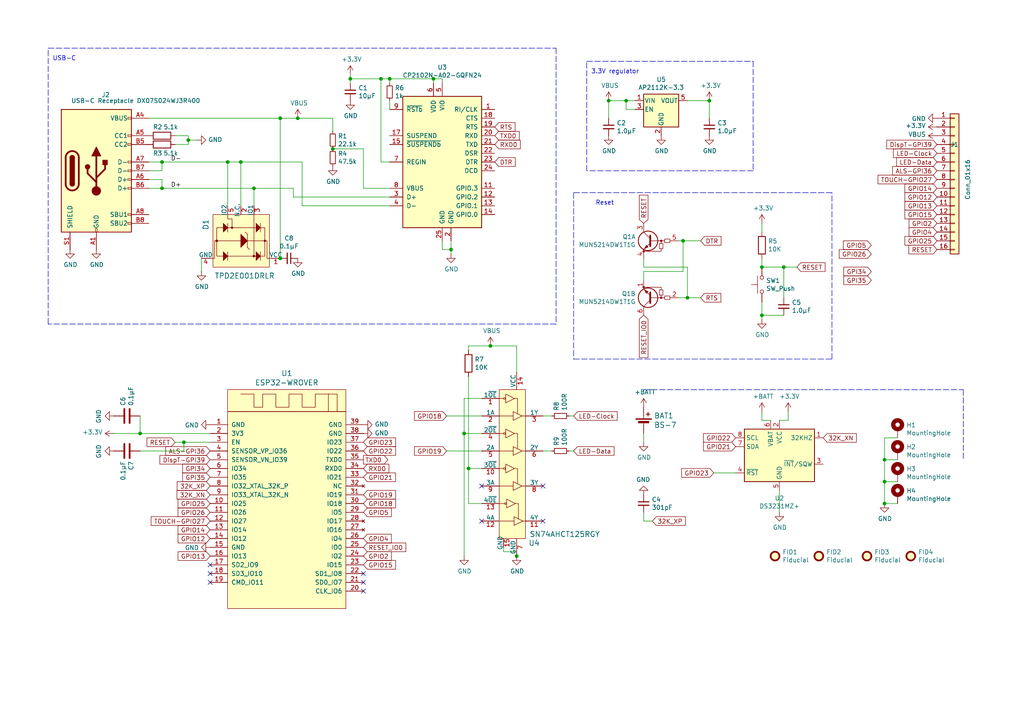
<source format=kicad_sch>
(kicad_sch (version 20250114) (generator "eeschema") (generator_version "9.0")
  (paper "A4")
  (lib_symbols
    (symbol "Clocklet-board-rescue:TPD2E001DRLR-dk_TVS-Diodes" (pin_names (offset 0))
      (property "Reference" "D" (at -7.874 8.001 0))
      (property "Value" "TPD2E001DRLR-dk_TVS-Diodes" (at 3.302 -11.43 0))
      (symbol "TPD2E001DRLR-dk_TVS-Diodes_1_1"
        (pin passive line (at -10.16 2.54 0) (length 2.54) (name "IO1") (number "3"))
        (pin input line (at -10.16 -1.27 0) (length 2.54) (name "N.C.") (number "2"))
        (pin passive line (at -10.16 -5.08 0) (length 2.54) (name "IO2") (number "5"))
        (pin power_in line (at 5.08 10.16 270) (length 2.54) (name "VCC") (number "1"))
        (pin power_in line (at 5.08 -12.7 90) (length 2.54) (name "GND") (number "4"))
      )
    )
    (symbol "Connector:USB_C_Receptacle_USB2.0" (pin_names (offset 1.016))
      (property "Reference" "J" (at -10.16 19.05 0))
      (property "Value" "Connector_USB_C_Receptacle_USB2.0" (at 19.05 19.05 0))
      (symbol "USB_C_Receptacle_USB2.0_1_1"
        (pin passive line (at -7.62 -22.86 90) (length 5.08) (name "SHIELD") (number "S1"))
        (pin power_in line (at 0 -22.86 90) (length 5.08) (name "GND") (number "A1"))
        (pin passive line (at 0 -22.86 90) (length 5.08) (hide yes) (name "GND") (number "A12"))
        (pin passive line (at 0 -22.86 90) (length 5.08) (hide yes) (name "GND") (number "B1"))
        (pin passive line (at 0 -22.86 90) (length 5.08) (hide yes) (name "GND") (number "B12"))
        (pin power_in line (at 15.24 15.24 180) (length 5.08) (name "VBUS") (number "A4"))
        (pin passive line (at 15.24 15.24 180) (length 5.08) (hide yes) (name "VBUS") (number "A9"))
        (pin passive line (at 15.24 15.24 180) (length 5.08) (hide yes) (name "VBUS") (number "B4"))
        (pin passive line (at 15.24 15.24 180) (length 5.08) (hide yes) (name "VBUS") (number "B9"))
        (pin bidirectional line (at 15.24 10.16 180) (length 5.08) (name "CC1") (number "A5"))
        (pin bidirectional line (at 15.24 7.62 180) (length 5.08) (name "CC2") (number "B5"))
        (pin bidirectional line (at 15.24 2.54 180) (length 5.08) (name "D-") (number "A7"))
        (pin bidirectional line (at 15.24 0 180) (length 5.08) (name "D-") (number "B7"))
        (pin bidirectional line (at 15.24 -2.54 180) (length 5.08) (name "D+") (number "A6"))
        (pin bidirectional line (at 15.24 -5.08 180) (length 5.08) (name "D+") (number "B6"))
        (pin bidirectional line (at 15.24 -12.7 180) (length 5.08) (name "SBU1") (number "A8"))
        (pin bidirectional line (at 15.24 -15.24 180) (length 5.08) (name "SBU2") (number "B8"))
      )
    )
    (symbol "Connector_Generic:Conn_01x16" (pin_names (offset 1.016) (hide yes))
      (property "Reference" "J" (at 0 20.32 0))
      (property "Value" "Conn_01x16" (at 0 -22.86 0))
      (symbol "Conn_01x16_1_1"
        (pin passive line (at -5.08 17.78 0) (length 3.81) (name "Pin_1") (number "1"))
        (pin passive line (at -5.08 15.24 0) (length 3.81) (name "Pin_2") (number "2"))
        (pin passive line (at -5.08 12.7 0) (length 3.81) (name "Pin_3") (number "3"))
        (pin passive line (at -5.08 10.16 0) (length 3.81) (name "Pin_4") (number "4"))
        (pin passive line (at -5.08 7.62 0) (length 3.81) (name "Pin_5") (number "5"))
        (pin passive line (at -5.08 5.08 0) (length 3.81) (name "Pin_6") (number "6"))
        (pin passive line (at -5.08 2.54 0) (length 3.81) (name "Pin_7") (number "7"))
        (pin passive line (at -5.08 0 0) (length 3.81) (name "Pin_8") (number "8"))
        (pin passive line (at -5.08 -2.54 0) (length 3.81) (name "Pin_9") (number "9"))
        (pin passive line (at -5.08 -5.08 0) (length 3.81) (name "Pin_10") (number "10"))
        (pin passive line (at -5.08 -7.62 0) (length 3.81) (name "Pin_11") (number "11"))
        (pin passive line (at -5.08 -10.16 0) (length 3.81) (name "Pin_12") (number "12"))
        (pin passive line (at -5.08 -12.7 0) (length 3.81) (name "Pin_13") (number "13"))
        (pin passive line (at -5.08 -15.24 0) (length 3.81) (name "Pin_14") (number "14"))
        (pin passive line (at -5.08 -17.78 0) (length 3.81) (name "Pin_15") (number "15"))
        (pin passive line (at -5.08 -20.32 0) (length 3.81) (name "Pin_16") (number "16"))
      )
    )
    (symbol "Custom:SN74AHCT125RGY" (pin_names (offset 0))
      (property "Reference" "U" (at -2.54 13.97 0))
      (property "Value" "Custom_SN74AHCT125RGY" (at 1.905 -31.75 0))
      (symbol "SN74AHCT125RGY_1_1"
        (pin input line (at -10.16 10.16 0) (length 5.08) (name "1~{OE}") (number "1"))
        (pin input line (at -10.16 5.08 0) (length 5.08) (name "1A") (number "2"))
        (pin input line (at -10.16 0 0) (length 5.08) (name "2~{OE}") (number "4"))
        (pin input line (at -10.16 -5.08 0) (length 5.08) (name "2A") (number "5"))
        (pin input line (at -10.16 -10.16 0) (length 5.08) (name "3~{OE}") (number "10"))
        (pin input line (at -10.16 -15.24 0) (length 5.08) (name "3A") (number "9"))
        (pin input line (at -10.16 -20.32 0) (length 5.08) (name "4~{OE}") (number "13"))
        (pin input line (at -10.16 -25.4 0) (length 5.08) (name "4A") (number "12"))
        (pin power_in line (at -3.81 -33.02 90) (length 2.54) (name "GND") (number "15"))
        (pin power_in line (at 0 17.78 270) (length 5.08) (name "VCC") (number "14"))
        (pin power_in line (at 0 -35.56 90) (length 5.08) (name "GND") (number "7"))
        (pin output line (at 7.62 5.08 180) (length 5.08) (name "1Y") (number "3"))
        (pin output line (at 7.62 -5.08 180) (length 5.08) (name "2Y") (number "6"))
        (pin output line (at 7.62 -15.24 180) (length 5.08) (name "3Y") (number "8"))
        (pin output line (at 7.62 -25.4 180) (length 5.08) (name "4Y") (number "11"))
      )
    )
    (symbol "Device:Battery_Cell" (pin_numbers (hide yes)) (pin_names (offset 0) (hide yes))
      (property "Reference" "BT" (at 2.54 2.54 0))
      (property "Value" "Battery_Cell" (at 2.54 0 0))
      (symbol "Battery_Cell_1_1"
        (pin passive line (at 0 5.08 270) (length 2.54) (name "+") (number "1"))
        (pin passive line (at 0 -2.54 90) (length 2.54) (name "-") (number "2"))
      )
    )
    (symbol "Device:C" (pin_numbers (hide yes)) (pin_names (offset 0.254))
      (property "Reference" "C" (at 0.635 2.54 0))
      (property "Value" "C" (at 0.635 -2.54 0))
      (symbol "C_1_1"
        (pin passive line (at 0 3.81 270) (length 2.794) (name "~") (number "1"))
        (pin passive line (at 0 -3.81 90) (length 2.794) (name "~") (number "2"))
      )
    )
    (symbol "Device:C_Small" (pin_numbers (hide yes)) (pin_names (offset 0.254) (hide yes))
      (property "Reference" "C" (at 0.254 1.778 0))
      (property "Value" "C_Small" (at 0.254 -2.032 0))
      (symbol "C_Small_1_1"
        (pin passive line (at 0 2.54 270) (length 2.032) (name "~") (number "1"))
        (pin passive line (at 0 -2.54 90) (length 2.032) (name "~") (number "2"))
      )
    )
    (symbol "Device:Q_DUAL_NPN_NPN_BRT_E1B1C2E2B2C1" (pin_names (hide yes))
      (property "Reference" "Q" (at 3.81 1.27 0))
      (property "Value" "Device_Q_DUAL_NPN_NPN_BRT_E1B1C2E2B2C1" (at 3.81 -1.27 0))
      (symbol "Q_DUAL_NPN_NPN_BRT_E1B1C2E2B2C1_1_1"
        (pin input line (at -8.89 0 0) (length 2.54) (name "B1") (number "5"))
        (pin passive line (at 1.27 5.08 270) (length 2.54) (name "C1") (number "3"))
        (pin passive line (at 1.27 -5.08 90) (length 2.54) (name "E1") (number "4"))
      )
      (symbol "Q_DUAL_NPN_NPN_BRT_E1B1C2E2B2C1_2_1"
        (pin input line (at -8.89 0 0) (length 2.54) (name "B1") (number "2"))
        (pin passive line (at 1.27 5.08 270) (length 2.54) (name "C1") (number "6"))
        (pin passive line (at 1.27 -5.08 90) (length 2.54) (name "E1") (number "1"))
      )
    )
    (symbol "Device:R" (pin_numbers (hide yes)) (pin_names (offset 0))
      (property "Reference" "R" (at 2.032 0 90))
      (property "Value" "R" (at 0 0 90))
      (symbol "R_1_1"
        (pin passive line (at 0 3.81 270) (length 1.27) (name "~") (number "1"))
        (pin passive line (at 0 -3.81 90) (length 1.27) (name "~") (number "2"))
      )
    )
    (symbol "Device:R_Small" (pin_numbers (hide yes)) (pin_names (offset 0.254) (hide yes))
      (property "Reference" "R" (at 0 0 90))
      (property "Value" "R_Small" (at 1.778 0 90))
      (symbol "R_Small_1_1"
        (pin passive line (at 0 2.54 270) (length 0.762) (name "~") (number "1"))
        (pin passive line (at 0 -2.54 90) (length 0.762) (name "~") (number "2"))
      )
    )
    (symbol "Interface_USB:CP2102N-A01-GQFN24" (pin_names (offset 1.016))
      (property "Reference" "U" (at -5.08 22.225 0))
      (property "Value" "Interface_USB_CP2102N-A01-GQFN24" (at -5.08 20.32 0))
      (symbol "CP2102N-A01-GQFN24_1_1"
        (pin input line (at -15.24 15.24 0) (length 3.81) (name "~{RSTb}") (number "9"))
        (pin output line (at -15.24 7.62 0) (length 3.81) (name "SUSPEND") (number "17"))
        (pin output line (at -15.24 5.08 0) (length 3.81) (name "~{SUSPENDb}") (number "15"))
        (pin power_in line (at -15.24 0 0) (length 3.81) (name "REGIN") (number "7"))
        (pin input line (at -15.24 -7.62 0) (length 3.81) (name "VBUS") (number "8"))
        (pin bidirectional line (at -15.24 -10.16 0) (length 3.81) (name "D+") (number "3"))
        (pin bidirectional line (at -15.24 -12.7 0) (length 3.81) (name "D-") (number "4"))
        (pin power_in line (at -2.54 22.86 270) (length 3.81) (name "VDD") (number "6"))
        (pin power_in line (at 0 22.86 270) (length 3.81) (name "VIO") (number "5"))
        (pin power_in line (at 0 -22.86 90) (length 3.81) (name "GND") (number "25"))
        (pin power_in line (at 2.54 -22.86 90) (length 3.81) (name "GND") (number "2"))
        (pin no_connect line (at 7.62 -22.86 90) (length 3.81) (hide yes) (name "NC") (number "16"))
        (pin no_connect line (at 10.16 -22.86 90) (length 3.81) (hide yes) (name "NC") (number "10"))
        (pin bidirectional line (at 15.24 15.24 180) (length 3.81) (name "RI/CLK") (number "1"))
        (pin input line (at 15.24 12.7 180) (length 3.81) (name "CTS") (number "18"))
        (pin output line (at 15.24 10.16 180) (length 3.81) (name "RTS") (number "19"))
        (pin input line (at 15.24 7.62 180) (length 3.81) (name "RXD") (number "20"))
        (pin output line (at 15.24 5.08 180) (length 3.81) (name "TXD") (number "21"))
        (pin input line (at 15.24 2.54 180) (length 3.81) (name "DSR") (number "22"))
        (pin output line (at 15.24 0 180) (length 3.81) (name "DTR") (number "23"))
        (pin input line (at 15.24 -2.54 180) (length 3.81) (name "DCD") (number "24"))
        (pin bidirectional line (at 15.24 -7.62 180) (length 3.81) (name "GPIO.3") (number "11"))
        (pin bidirectional line (at 15.24 -10.16 180) (length 3.81) (name "GPIO.2") (number "12"))
        (pin bidirectional line (at 15.24 -12.7 180) (length 3.81) (name "GPIO.1") (number "13"))
        (pin bidirectional line (at 15.24 -15.24 180) (length 3.81) (name "GPIO.0") (number "14"))
      )
    )
    (symbol "Mechanical:Fiducial" (in_bom no)
      (property "Reference" "FID" (at 0 5.08 0))
      (property "Value" "Fiducial" (at 0 3.175 0))
    )
    (symbol "Mechanical:MountingHole_Pad" (pin_numbers (hide yes)) (pin_names (offset 1.016) (hide yes)) (in_bom no)
      (property "Reference" "H" (at 0 6.35 0))
      (property "Value" "MountingHole_Pad" (at 0 4.445 0))
      (symbol "MountingHole_Pad_1_1"
        (pin input line (at 0 -2.54 90) (length 2.54) (name "1") (number "1"))
      )
    )
    (symbol "Regulator_Linear:AP2112K-3.3" (pin_names (offset 0.254))
      (property "Reference" "U" (at -5.08 5.715 0))
      (property "Value" "AP2112K-3.3" (at 0 5.715 0))
      (symbol "AP2112K-3.3_1_1"
        (pin power_in line (at -7.62 2.54 0) (length 2.54) (name "VIN") (number "1"))
        (pin input line (at -7.62 0 0) (length 2.54) (name "EN") (number "3"))
        (pin power_in line (at 0 -7.62 90) (length 2.54) (name "GND") (number "2"))
        (pin no_connect line (at 5.08 0 180) (length 2.54) (hide yes) (name "NC") (number "4"))
        (pin power_out line (at 7.62 2.54 180) (length 2.54) (name "VOUT") (number "5"))
      )
    )
    (symbol "Switch:SW_Push" (pin_numbers (hide yes)) (pin_names (offset 1.016) (hide yes))
      (property "Reference" "SW" (at 1.27 2.54 0))
      (property "Value" "SW_Push" (at 0 -1.524 0))
      (symbol "SW_Push_0_1"
        (pin passive line (at -5.08 0 0) (length 2.54) (name "1") (number "1"))
        (pin passive line (at 5.08 0 180) (length 2.54) (name "2") (number "2"))
      )
    )
    (symbol "Timer_RTC:DS3231MZ"
      (property "Reference" "U" (at -7.62 8.89 0))
      (property "Value" "DS3231MZ" (at 11.43 8.89 0))
      (symbol "DS3231MZ_1_1"
        (pin input line (at -12.7 5.08 0) (length 2.54) (name "SCL") (number "8"))
        (pin bidirectional line (at -12.7 2.54 0) (length 2.54) (name "SDA") (number "7"))
        (pin bidirectional line (at -12.7 -5.08 0) (length 2.54) (name "~{RST}") (number "4"))
        (pin power_in line (at -2.54 10.16 270) (length 2.54) (name "VBAT") (number "6"))
        (pin power_in line (at 0 10.16 270) (length 2.54) (name "VCC") (number "2"))
        (pin power_in line (at 0 -10.16 90) (length 2.54) (name "GND") (number "5"))
        (pin open_collector line (at 12.7 5.08 180) (length 2.54) (name "32KHZ") (number "1"))
        (pin open_collector line (at 12.7 -2.54 180) (length 2.54) (name "~{INT}/SQW") (number "3"))
      )
    )
    (symbol "esp32-wrover:ESP32-WROVER" (pin_names (offset 1.016))
      (property "Reference" "U" (at -15.24 -33.02 0))
      (property "Value" "esp32-wrover_ESP32-WROVER" (at 6.35 -33.02 0))
      (symbol "ESP32-WROVER_1_1"
        (pin power_in line (at -22.86 19.05 0) (length 5.08) (name "GND") (number "1"))
        (pin power_in line (at -22.86 16.51 0) (length 5.08) (name "3V3") (number "2"))
        (pin input line (at -22.86 13.97 0) (length 5.08) (name "EN") (number "3"))
        (pin input line (at -22.86 11.43 0) (length 5.08) (name "SENSOR_VP_IO36") (number "4"))
        (pin input line (at -22.86 8.89 0) (length 5.08) (name "SENSOR_VN_IO39") (number "5"))
        (pin input line (at -22.86 6.35 0) (length 5.08) (name "IO34") (number "6"))
        (pin input line (at -22.86 3.81 0) (length 5.08) (name "IO35") (number "7"))
        (pin bidirectional line (at -22.86 1.27 0) (length 5.08) (name "IO32_XTAL_32K_P") (number "8"))
        (pin bidirectional line (at -22.86 -1.27 0) (length 5.08) (name "IO33_XTAL_32K_N") (number "9"))
        (pin bidirectional line (at -22.86 -3.81 0) (length 5.08) (name "IO25") (number "10"))
        (pin bidirectional line (at -22.86 -6.35 0) (length 5.08) (name "IO26") (number "11"))
        (pin bidirectional line (at -22.86 -8.89 0) (length 5.08) (name "IO27") (number "12"))
        (pin bidirectional line (at -22.86 -11.43 0) (length 5.08) (name "IO14") (number "13"))
        (pin bidirectional line (at -22.86 -13.97 0) (length 5.08) (name "IO12") (number "14"))
        (pin power_in line (at -22.86 -16.51 0) (length 5.08) (name "GND") (number "15"))
        (pin bidirectional line (at -22.86 -19.05 0) (length 5.08) (name "IO13") (number "16"))
        (pin bidirectional line (at -22.86 -21.59 0) (length 5.08) (name "SD2_IO9") (number "17"))
        (pin bidirectional line (at -22.86 -24.13 0) (length 5.08) (name "SD3_IO10") (number "18"))
        (pin bidirectional line (at -22.86 -26.67 0) (length 5.08) (name "CMD_IO11") (number "19"))
        (pin power_in line (at 21.59 19.05 180) (length 5.08) (name "GND") (number "39"))
        (pin power_in line (at 21.59 16.51 180) (length 5.08) (name "GND") (number "38"))
        (pin bidirectional line (at 21.59 13.97 180) (length 5.08) (name "IO23") (number "37"))
        (pin bidirectional line (at 21.59 11.43 180) (length 5.08) (name "IO22") (number "36"))
        (pin output line (at 21.59 8.89 180) (length 5.08) (name "TXD0") (number "35"))
        (pin input line (at 21.59 6.35 180) (length 5.08) (name "RXD0") (number "34"))
        (pin bidirectional line (at 21.59 3.81 180) (length 5.08) (name "IO21") (number "33"))
        (pin no_connect line (at 21.59 1.27 180) (length 5.08) (name "NC") (number "32"))
        (pin bidirectional line (at 21.59 -1.27 180) (length 5.08) (name "IO19") (number "31"))
        (pin bidirectional line (at 21.59 -3.81 180) (length 5.08) (name "IO18") (number "30"))
        (pin bidirectional line (at 21.59 -6.35 180) (length 5.08) (name "IO5") (number "29"))
        (pin no_connect line (at 21.59 -8.89 180) (length 5.08) (name "IO17") (number "28"))
        (pin no_connect line (at 21.59 -11.43 180) (length 5.08) (name "IO16") (number "27"))
        (pin bidirectional line (at 21.59 -13.97 180) (length 5.08) (name "IO4") (number "26"))
        (pin bidirectional line (at 21.59 -16.51 180) (length 5.08) (name "IO0") (number "25"))
        (pin bidirectional line (at 21.59 -19.05 180) (length 5.08) (name "IO2") (number "24"))
        (pin bidirectional line (at 21.59 -21.59 180) (length 5.08) (name "IO15") (number "23"))
        (pin bidirectional line (at 21.59 -24.13 180) (length 5.08) (name "SD1_IO8") (number "22"))
        (pin bidirectional line (at 21.59 -26.67 180) (length 5.08) (name "SD0_IO7") (number "21"))
        (pin bidirectional line (at 21.59 -29.21 180) (length 5.08) (name "CLK_IO6") (number "20"))
      )
    )
    (symbol "power:+3.3V" (power) (pin_numbers (hide yes)) (pin_names (offset 0) (hide yes))
      (property "Value" "+3.3V" (at 0 3.556 0))
      (symbol "+3.3V_1_1"
        (pin power_in line (at 0 0 90) (length 0) (name "~") (number "1"))
      )
    )
    (symbol "power:+BATT" (power) (pin_numbers (hide yes)) (pin_names (offset 0) (hide yes))
      (property "Value" "+BATT" (at 0 3.556 0))
      (symbol "+BATT_1_1"
        (pin power_in line (at 0 0 90) (length 0) (name "~") (number "1"))
      )
    )
    (symbol "power:GND" (power) (pin_numbers (hide yes)) (pin_names (offset 0) (hide yes))
      (property "Value" "GND" (at 0 -3.81 0))
      (symbol "GND_1_1"
        (pin power_in line (at 0 0 270) (length 0) (name "~") (number "1"))
      )
    )
    (symbol "power:VBUS" (power) (pin_numbers (hide yes)) (pin_names (offset 0) (hide yes))
      (property "Value" "VBUS" (at 0 3.556 0))
      (symbol "VBUS_1_1"
        (pin power_in line (at 0 0 90) (length 0) (name "~") (number "1"))
      )
    )
  )
  (text "3.3V regulator" (at 171.45 21.59 0) (effects (font (size 1.27 1.27)) (justify left bottom)))
  (text "Reset" (at 172.72 59.69 0) (effects (font (size 1.27 1.27)) (justify left bottom)))
  (text "USB-C" (at 15.24 17.78 0) (effects (font (size 1.27 1.27)) (justify left bottom)))
  (junction (at 256.54 146.05))
  (junction (at 46.99 46.99))
  (junction (at 256.54 139.7))
  (junction (at 110.49 22.86))
  (junction (at 220.98 91.44))
  (junction (at 81.28 74.93))
  (junction (at 256.54 133.35))
  (junction (at 81.28 34.29))
  (junction (at 96.52 43.18))
  (junction (at 53.34 128.27))
  (junction (at 181.61 29.21))
  (junction (at 101.6 22.86))
  (junction (at 134.62 125.73))
  (junction (at 205.74 29.21))
  (junction (at 69.85 46.99))
  (junction (at 125.73 22.86))
  (junction (at 40.64 125.73))
  (junction (at 198.12 69.85))
  (junction (at 86.36 34.29))
  (junction (at 46.99 54.61))
  (junction (at 135.89 135.89))
  (junction (at 54.61 40.64))
  (junction (at 199.39 86.36))
  (junction (at 113.03 22.86))
  (junction (at 227.33 77.47))
  (junction (at 73.66 54.61))
  (junction (at 130.81 72.39))
  (junction (at 142.24 100.33))
  (junction (at 176.53 29.21))
  (junction (at 220.98 77.47))
  (junction (at 66.04 46.99))
  (junction (at 149.86 161.29))
  (no_connect (at 60.96 166.37))
  (no_connect (at 105.41 166.37))
  (no_connect (at 157.48 151.13))
  (no_connect (at 60.96 163.83))
  (no_connect (at 157.48 140.97))
  (no_connect (at 105.41 171.45))
  (no_connect (at 139.7 140.97))
  (no_connect (at 105.41 168.91))
  (no_connect (at 60.96 168.91))
  (no_connect (at 139.7 151.13))
  (polyline (pts (xy 166.37 104.14) (xy 241.3 104.14)) (stroke (width 0) (type dash)))
  (wire (pts (xy 135.89 109.22) (xy 135.89 135.89)))
  (wire (pts (xy 256.54 139.7) (xy 256.54 146.05)))
  (wire (pts (xy 220.98 67.31) (xy 220.98 64.77)))
  (wire (pts (xy 220.98 77.47) (xy 220.98 74.93)))
  (wire (pts (xy 199.39 86.36) (xy 199.39 77.47)))
  (wire (pts (xy 165.1 130.81) (xy 166.37 130.81)))
  (polyline (pts (xy 170.18 49.53) (xy 170.18 17.78)) (stroke (width 0) (type dash)))
  (wire (pts (xy 110.49 46.99) (xy 113.03 46.99)))
  (wire (pts (xy 66.04 46.99) (xy 69.85 46.99)))
  (wire (pts (xy 199.39 29.21) (xy 205.74 29.21)))
  (wire (pts (xy 60.96 125.73) (xy 40.64 125.73)))
  (wire (pts (xy 146.05 158.75) (xy 146.05 160.02)))
  (wire (pts (xy 220.98 87.63) (xy 220.98 91.44)))
  (wire (pts (xy 46.99 49.53) (xy 46.99 46.99)))
  (wire (pts (xy 228.6 121.92) (xy 226.06 121.92)))
  (wire (pts (xy 139.7 130.81) (xy 129.54 130.81)))
  (wire (pts (xy 86.36 34.29) (xy 96.52 34.29)))
  (polyline (pts (xy 170.18 17.78) (xy 218.44 17.78)) (stroke (width 0) (type dash)))
  (wire (pts (xy 46.99 52.07) (xy 46.99 54.61)))
  (wire (pts (xy 196.85 69.85) (xy 198.12 69.85)))
  (wire (pts (xy 81.28 74.93) (xy 81.28 34.29)))
  (wire (pts (xy 40.64 130.81) (xy 53.34 130.81)))
  (wire (pts (xy 40.64 125.73) (xy 33.02 125.73)))
  (wire (pts (xy 53.34 128.27) (xy 60.96 128.27)))
  (wire (pts (xy 113.03 24.13) (xy 113.03 22.86)))
  (wire (pts (xy 205.74 29.21) (xy 205.74 34.29)))
  (wire (pts (xy 220.98 119.38) (xy 220.98 121.92)))
  (wire (pts (xy 66.04 59.69) (xy 66.04 46.99)))
  (wire (pts (xy 142.24 100.33) (xy 149.86 100.33)))
  (wire (pts (xy 165.1 120.65) (xy 166.37 120.65)))
  (wire (pts (xy 260.35 133.35) (xy 256.54 133.35)))
  (wire (pts (xy 196.85 86.36) (xy 199.39 86.36)))
  (wire (pts (xy 220.98 91.44) (xy 220.98 92.71)))
  (wire (pts (xy 256.54 127) (xy 256.54 133.35)))
  (wire (pts (xy 113.03 57.15) (xy 85.09 57.15)))
  (wire (pts (xy 40.64 120.65) (xy 40.64 125.73)))
  (wire (pts (xy 199.39 77.47) (xy 186.69 77.47)))
  (wire (pts (xy 198.12 78.74) (xy 186.69 78.74)))
  (wire (pts (xy 139.7 135.89) (xy 135.89 135.89)))
  (wire (pts (xy 226.06 142.24) (xy 226.06 148.59)))
  (wire (pts (xy 186.69 77.47) (xy 186.69 74.93)))
  (wire (pts (xy 128.27 72.39) (xy 128.27 69.85)))
  (wire (pts (xy 73.66 54.61) (xy 85.09 54.61)))
  (wire (pts (xy 176.53 29.21) (xy 176.53 34.29)))
  (wire (pts (xy 139.7 120.65) (xy 129.54 120.65)))
  (wire (pts (xy 50.8 128.27) (xy 53.34 128.27)))
  (wire (pts (xy 46.99 54.61) (xy 73.66 54.61)))
  (polyline (pts (xy 13.97 13.97) (xy 161.29 13.97)) (stroke (width 0) (type dash)))
  (wire (pts (xy 85.09 54.61) (xy 85.09 57.15)))
  (polyline (pts (xy 186.69 113.03) (xy 279.4 113.03)) (stroke (width 0) (type dash)))
  (polyline (pts (xy 161.29 13.97) (xy 161.29 93.98)) (stroke (width 0) (type dash)))
  (wire (pts (xy 101.6 22.86) (xy 101.6 21.59)))
  (polyline (pts (xy 241.3 104.14) (xy 241.3 55.88)) (stroke (width 0) (type dash)))
  (wire (pts (xy 50.8 41.91) (xy 54.61 41.91)))
  (wire (pts (xy 81.28 34.29) (xy 86.36 34.29)))
  (wire (pts (xy 105.41 54.61) (xy 113.03 54.61)))
  (polyline (pts (xy 166.37 55.88) (xy 166.37 104.14)) (stroke (width 0) (type dash)))
  (wire (pts (xy 54.61 39.37) (xy 54.61 40.64)))
  (wire (pts (xy 113.03 22.86) (xy 110.49 22.86)))
  (wire (pts (xy 186.69 151.13) (xy 189.23 151.13)))
  (wire (pts (xy 43.18 46.99) (xy 46.99 46.99)))
  (wire (pts (xy 220.98 77.47) (xy 227.33 77.47)))
  (wire (pts (xy 228.6 119.38) (xy 228.6 121.92)))
  (wire (pts (xy 125.73 22.86) (xy 125.73 24.13)))
  (wire (pts (xy 198.12 69.85) (xy 203.2 69.85)))
  (wire (pts (xy 134.62 125.73) (xy 134.62 161.29)))
  (wire (pts (xy 146.05 160.02) (xy 149.86 160.02)))
  (wire (pts (xy 110.49 22.86) (xy 101.6 22.86)))
  (wire (pts (xy 260.35 127) (xy 256.54 127)))
  (wire (pts (xy 256.54 146.05) (xy 260.35 146.05)))
  (wire (pts (xy 181.61 29.21) (xy 176.53 29.21)))
  (wire (pts (xy 53.34 130.81) (xy 53.34 128.27)))
  (wire (pts (xy 54.61 40.64) (xy 57.15 40.64)))
  (wire (pts (xy 227.33 77.47) (xy 231.14 77.47)))
  (wire (pts (xy 135.89 101.6) (xy 135.89 100.33)))
  (wire (pts (xy 105.41 43.18) (xy 105.41 54.61)))
  (wire (pts (xy 186.69 78.74) (xy 186.69 81.28)))
  (wire (pts (xy 157.48 130.81) (xy 160.02 130.81)))
  (wire (pts (xy 186.69 148.59) (xy 186.69 151.13)))
  (wire (pts (xy 87.63 46.99) (xy 87.63 59.69)))
  (wire (pts (xy 256.54 133.35) (xy 256.54 139.7)))
  (wire (pts (xy 43.18 52.07) (xy 46.99 52.07)))
  (wire (pts (xy 227.33 91.44) (xy 220.98 91.44)))
  (wire (pts (xy 139.7 146.05) (xy 135.89 146.05)))
  (wire (pts (xy 220.98 121.92) (xy 223.52 121.92)))
  (wire (pts (xy 101.6 24.13) (xy 101.6 22.86)))
  (polyline (pts (xy 279.4 113.03) (xy 279.4 133.35)) (stroke (width 0) (type dash)))
  (wire (pts (xy 69.85 59.69) (xy 69.85 46.99)))
  (wire (pts (xy 125.73 22.86) (xy 113.03 22.86)))
  (wire (pts (xy 96.52 43.18) (xy 105.41 43.18)))
  (wire (pts (xy 54.61 41.91) (xy 54.61 40.64)))
  (wire (pts (xy 139.7 115.57) (xy 134.62 115.57)))
  (polyline (pts (xy 241.3 55.88) (xy 166.37 55.88)) (stroke (width 0) (type dash)))
  (polyline (pts (xy 13.97 93.98) (xy 13.97 13.97)) (stroke (width 0) (type dash)))
  (wire (pts (xy 260.35 139.7) (xy 256.54 139.7)))
  (wire (pts (xy 43.18 54.61) (xy 46.99 54.61)))
  (wire (pts (xy 46.99 46.99) (xy 66.04 46.99)))
  (polyline (pts (xy 218.44 49.53) (xy 170.18 49.53)) (stroke (width 0) (type dash)))
  (wire (pts (xy 50.8 39.37) (xy 54.61 39.37)))
  (wire (pts (xy 213.36 137.16) (xy 207.01 137.16)))
  (wire (pts (xy 130.81 72.39) (xy 130.81 69.85)))
  (wire (pts (xy 130.81 73.66) (xy 130.81 72.39)))
  (wire (pts (xy 181.61 31.75) (xy 181.61 29.21)))
  (wire (pts (xy 69.85 46.99) (xy 87.63 46.99)))
  (wire (pts (xy 43.18 49.53) (xy 46.99 49.53)))
  (wire (pts (xy 149.86 160.02) (xy 149.86 161.29)))
  (wire (pts (xy 134.62 115.57) (xy 134.62 125.73)))
  (polyline (pts (xy 218.44 17.78) (xy 218.44 49.53)) (stroke (width 0) (type dash)))
  (wire (pts (xy 184.15 29.21) (xy 181.61 29.21)))
  (wire (pts (xy 87.63 59.69) (xy 113.03 59.69)))
  (wire (pts (xy 198.12 69.85) (xy 198.12 78.74)))
  (wire (pts (xy 157.48 120.65) (xy 160.02 120.65)))
  (wire (pts (xy 113.03 31.75) (xy 113.03 29.21)))
  (wire (pts (xy 199.39 86.36) (xy 203.2 86.36)))
  (wire (pts (xy 110.49 22.86) (xy 110.49 46.99)))
  (wire (pts (xy 227.33 86.36) (xy 227.33 77.47)))
  (wire (pts (xy 96.52 34.29) (xy 96.52 38.1)))
  (wire (pts (xy 139.7 125.73) (xy 134.62 125.73)))
  (wire (pts (xy 135.89 100.33) (xy 142.24 100.33)))
  (wire (pts (xy 43.18 34.29) (xy 81.28 34.29)))
  (wire (pts (xy 128.27 24.13) (xy 128.27 22.86)))
  (wire (pts (xy 73.66 59.69) (xy 73.66 54.61)))
  (wire (pts (xy 184.15 31.75) (xy 181.61 31.75)))
  (wire (pts (xy 149.86 107.95) (xy 149.86 100.33)))
  (wire (pts (xy 186.69 125.73) (xy 186.69 128.27)))
  (wire (pts (xy 130.81 72.39) (xy 128.27 72.39)))
  (wire (pts (xy 58.42 74.93) (xy 58.42 78.74)))
  (wire (pts (xy 128.27 22.86) (xy 125.73 22.86)))
  (wire (pts (xy 135.89 135.89) (xy 135.89 146.05)))
  (polyline (pts (xy 161.29 93.98) (xy 13.97 93.98)) (stroke (width 0) (type dash)))
  (label "D+" (at 49.53 54.61 0))
  (label "D-" (at 49.53 46.99 0))
  (global_label "RXD0" (shape input) (at 143.51 41.91 0) (property "Intersheetrefs" "${INTERSHEET_REFS}" (effects (hide yes))))
  (global_label "DispT-GPI39" (shape input) (at 60.96 133.35 180) (property "Intersheetrefs" "${INTERSHEET_REFS}" (effects (hide yes))))
  (global_label "TXD0" (shape input) (at 143.51 39.37 0) (property "Intersheetrefs" "${INTERSHEET_REFS}" (effects (hide yes))))
  (global_label "GPIO19" (shape input) (at 129.54 130.81 180) (property "Intersheetrefs" "${INTERSHEET_REFS}" (effects (hide yes))))
  (global_label "GPIO23" (shape input) (at 105.41 128.27 0) (property "Intersheetrefs" "${INTERSHEET_REFS}" (effects (hide yes))))
  (global_label "GPIO18" (shape input) (at 105.41 146.05 0) (property "Intersheetrefs" "${INTERSHEET_REFS}" (effects (hide yes))))
  (global_label "GPIO14" (shape input) (at 271.78 54.61 180) (property "Intersheetrefs" "${INTERSHEET_REFS}" (effects (hide yes))))
  (global_label "GPIO22" (shape input) (at 213.36 127 180) (property "Intersheetrefs" "${INTERSHEET_REFS}" (effects (hide yes))))
  (global_label "RTS" (shape input) (at 203.2 86.36 0) (property "Intersheetrefs" "${INTERSHEET_REFS}" (effects (hide yes))))
  (global_label "GPI34" (shape input) (at 60.96 135.89 180) (property "Intersheetrefs" "${INTERSHEET_REFS}" (effects (hide yes))))
  (global_label "GPIO15" (shape input) (at 105.41 163.83 0) (property "Intersheetrefs" "${INTERSHEET_REFS}" (effects (hide yes))))
  (global_label "LED-Data" (shape input) (at 166.37 130.81 0) (property "Intersheetrefs" "${INTERSHEET_REFS}" (effects (hide yes))))
  (global_label "GPIO15" (shape input) (at 271.78 62.23 180) (property "Intersheetrefs" "${INTERSHEET_REFS}" (effects (hide yes))))
  (global_label "GPIO14" (shape input) (at 60.96 153.67 180) (property "Intersheetrefs" "${INTERSHEET_REFS}" (effects (hide yes))))
  (global_label "GPIO4" (shape input) (at 271.78 67.31 180) (property "Intersheetrefs" "${INTERSHEET_REFS}" (effects (hide yes))))
  (global_label "GPIO12" (shape input) (at 271.78 57.15 180) (property "Intersheetrefs" "${INTERSHEET_REFS}" (effects (hide yes))))
  (global_label "GPIO26" (shape input) (at 252.73 73.66 180) (property "Intersheetrefs" "${INTERSHEET_REFS}" (effects (hide yes))))
  (global_label "GPI34" (shape input) (at 252.73 78.74 180) (property "Intersheetrefs" "${INTERSHEET_REFS}" (effects (hide yes))))
  (global_label "LED-Data" (shape input) (at 271.78 46.99 180) (property "Intersheetrefs" "${INTERSHEET_REFS}" (effects (hide yes))))
  (global_label "GPIO5" (shape input) (at 105.41 148.59 0) (property "Intersheetrefs" "${INTERSHEET_REFS}" (effects (hide yes))))
  (global_label "GPI35" (shape input) (at 60.96 138.43 180) (property "Intersheetrefs" "${INTERSHEET_REFS}" (effects (hide yes))))
  (global_label "TOUCH-GPIO27" (shape input) (at 60.96 151.13 180) (property "Intersheetrefs" "${INTERSHEET_REFS}" (effects (hide yes))))
  (global_label "GPIO25" (shape input) (at 271.78 69.85 180) (property "Intersheetrefs" "${INTERSHEET_REFS}" (effects (hide yes))))
  (global_label "RESET_IO0" (shape input) (at 186.69 91.44 270) (property "Intersheetrefs" "${INTERSHEET_REFS}" (effects (hide yes))))
  (global_label "ALS-GPI36" (shape input) (at 60.96 130.81 180) (property "Intersheetrefs" "${INTERSHEET_REFS}" (effects (hide yes))))
  (global_label "GPIO19" (shape input) (at 105.41 143.51 0) (property "Intersheetrefs" "${INTERSHEET_REFS}" (effects (hide yes))))
  (global_label "ALS-GPI36" (shape input) (at 271.78 49.53 180) (property "Intersheetrefs" "${INTERSHEET_REFS}" (effects (hide yes))))
  (global_label "TXD0" (shape output) (at 105.41 133.35 0) (property "Intersheetrefs" "${INTERSHEET_REFS}" (effects (hide yes))))
  (global_label "GPIO21" (shape input) (at 213.36 129.54 180) (property "Intersheetrefs" "${INTERSHEET_REFS}" (effects (hide yes))))
  (global_label "TOUCH-GPIO27" (shape input) (at 271.78 52.07 180) (property "Intersheetrefs" "${INTERSHEET_REFS}" (effects (hide yes))))
  (global_label "DispT-GPI39" (shape input) (at 271.78 41.91 180) (property "Intersheetrefs" "${INTERSHEET_REFS}" (effects (hide yes))))
  (global_label "DTR" (shape input) (at 143.51 46.99 0) (property "Intersheetrefs" "${INTERSHEET_REFS}" (effects (hide yes))))
  (global_label "GPI35" (shape input) (at 252.73 81.28 180) (property "Intersheetrefs" "${INTERSHEET_REFS}" (effects (hide yes))))
  (global_label "32K_XP" (shape input) (at 189.23 151.13 0) (property "Intersheetrefs" "${INTERSHEET_REFS}" (effects (hide yes))))
  (global_label "GPIO25" (shape input) (at 60.96 146.05 180) (property "Intersheetrefs" "${INTERSHEET_REFS}" (effects (hide yes))))
  (global_label "GPIO26" (shape input) (at 60.96 148.59 180) (property "Intersheetrefs" "${INTERSHEET_REFS}" (effects (hide yes))))
  (global_label "LED-Clock" (shape input) (at 166.37 120.65 0) (property "Intersheetrefs" "${INTERSHEET_REFS}" (effects (hide yes))))
  (global_label "RESET" (shape input) (at 271.78 72.39 180) (property "Intersheetrefs" "${INTERSHEET_REFS}" (effects (hide yes))))
  (global_label "GPIO5" (shape input) (at 252.73 71.12 180) (property "Intersheetrefs" "${INTERSHEET_REFS}" (effects (hide yes))))
  (global_label "RTS" (shape input) (at 143.51 36.83 0) (property "Intersheetrefs" "${INTERSHEET_REFS}" (effects (hide yes))))
  (global_label "GPIO13" (shape input) (at 60.96 161.29 180) (property "Intersheetrefs" "${INTERSHEET_REFS}" (effects (hide yes))))
  (global_label "GPIO12" (shape input) (at 60.96 156.21 180) (property "Intersheetrefs" "${INTERSHEET_REFS}" (effects (hide yes))))
  (global_label "32K_XN" (shape input) (at 60.96 143.51 180) (property "Intersheetrefs" "${INTERSHEET_REFS}" (effects (hide yes))))
  (global_label "GPIO13" (shape input) (at 271.78 59.69 180) (property "Intersheetrefs" "${INTERSHEET_REFS}" (effects (hide yes))))
  (global_label "LED-Clock" (shape input) (at 271.78 44.45 180) (property "Intersheetrefs" "${INTERSHEET_REFS}" (effects (hide yes))))
  (global_label "GPIO23" (shape input) (at 207.01 137.16 180) (property "Intersheetrefs" "${INTERSHEET_REFS}" (effects (hide yes))))
  (global_label "32K_XN" (shape input) (at 238.76 127 0) (property "Intersheetrefs" "${INTERSHEET_REFS}" (effects (hide yes))))
  (global_label "GPIO2" (shape input) (at 105.41 161.29 0) (property "Intersheetrefs" "${INTERSHEET_REFS}" (effects (hide yes))))
  (global_label "RESET_IO0" (shape input) (at 105.41 158.75 0) (property "Intersheetrefs" "${INTERSHEET_REFS}" (effects (hide yes))))
  (global_label "GPIO21" (shape input) (at 105.41 138.43 0) (property "Intersheetrefs" "${INTERSHEET_REFS}" (effects (hide yes))))
  (global_label "32K_XP" (shape input) (at 60.96 140.97 180) (property "Intersheetrefs" "${INTERSHEET_REFS}" (effects (hide yes))))
  (global_label "GPIO2" (shape input) (at 271.78 64.77 180) (property "Intersheetrefs" "${INTERSHEET_REFS}" (effects (hide yes))))
  (global_label "GPIO4" (shape input) (at 105.41 156.21 0) (property "Intersheetrefs" "${INTERSHEET_REFS}" (effects (hide yes))))
  (global_label "RESET" (shape input) (at 231.14 77.47 0) (property "Intersheetrefs" "${INTERSHEET_REFS}" (effects (hide yes))))
  (global_label "GPIO22" (shape input) (at 105.41 130.81 0) (property "Intersheetrefs" "${INTERSHEET_REFS}" (effects (hide yes))))
  (global_label "RXD0" (shape input) (at 105.41 135.89 0) (property "Intersheetrefs" "${INTERSHEET_REFS}" (effects (hide yes))))
  (global_label "GPIO18" (shape input) (at 129.54 120.65 180) (property "Intersheetrefs" "${INTERSHEET_REFS}" (effects (hide yes))))
  (global_label "RESET" (shape input) (at 50.8 128.27 180) (property "Intersheetrefs" "${INTERSHEET_REFS}" (effects (hide yes))))
  (global_label "DTR" (shape input) (at 203.2 69.85 0) (property "Intersheetrefs" "${INTERSHEET_REFS}" (effects (hide yes))))
  (global_label "RESET" (shape input) (at 186.69 64.77 90) (property "Intersheetrefs" "${INTERSHEET_REFS}" (effects (hide yes))))
  (symbol (lib_id "Connector:USB_C_Receptacle_USB2.0") (at 27.94 49.53 0) (unit 1)
    (property "Reference" "J2" (at 30.6578 27.5082 0))
    (property "Value" "USB-C Receptacle DX07S024WJ3R400" (at 39.37 29.21 0))
    (property "Footprint" "_Custom:USB-C_Female_Vert_DX07S024WJ3R400-Corrected" (effects (hide yes)))
    (property "Datasheet" "https://www.usb.org/sites/default/files/documents/usb_type-c.zip" (effects (hide yes)))
    (property "Mouser Ref" "656-DX07S0024WJ3R400" (effects (hide yes)))
  )
  (symbol (lib_id "power:VBUS") (at 86.36 34.29 0) (unit 1)
    (property "Reference" "#PWR0106" (effects (hide yes)))
    (property "Value" "VBUS" (at 86.741 29.8958 0))
  )
  (symbol (lib_id "power:GND") (at 57.15 40.64 90) (unit 1)
    (property "Reference" "#PWR0107" (effects (hide yes)))
    (property "Value" "GND" (at 60.4012 40.513 90) (effects (justify right)))
  )
  (symbol (lib_id "Device:R") (at 46.99 39.37 270) (unit 1)
    (property "Reference" "R2" (at 45.72 36.83 90))
    (property "Value" "5.1k" (at 49.53 36.83 90))
    (property "Footprint" "Resistor_SMD:R_0603_1608Metric" (effects (hide yes)))
    (property "Mouser Ref" "71-CRCW06035K10FKEAC" (effects (hide yes)))
  )
  (symbol (lib_id "Device:R") (at 46.99 41.91 270) (unit 1)
    (property "Reference" "R3" (at 45.72 44.45 90))
    (property "Value" "5.1k" (at 49.53 44.45 90))
    (property "Footprint" "Resistor_SMD:R_0603_1608Metric" (effects (hide yes)))
    (property "Mouser Ref" "71-CRCW06035K10FKEAC" (effects (hide yes)))
  )
  (symbol (lib_id "power:GND") (at 27.94 72.39 0) (unit 1)
    (property "Reference" "#PWR0108" (effects (hide yes)))
    (property "Value" "GND" (at 28.067 76.7842 0))
  )
  (symbol (lib_id "power:GND") (at 20.32 72.39 0) (unit 1)
    (property "Reference" "#PWR0109" (effects (hide yes)))
    (property "Value" "GND" (at 20.447 76.7842 0))
  )
  (symbol (lib_id "power:+3.3V") (at 101.6 21.59 0) (unit 1)
    (property "Reference" "#PWR0110" (effects (hide yes)))
    (property "Value" "+3.3V" (at 101.981 17.1958 0))
  )
  (symbol (lib_id "Device:C_Small") (at 101.6 26.67 0) (unit 1)
    (property "Reference" "C1" (at 103.9368 25.5016 0) (effects (justify left)))
    (property "Value" "10µF" (at 103.9368 27.813 0) (effects (justify left)))
    (property "Footprint" "Capacitor_SMD:C_0603_1608Metric" (effects (hide yes)))
    (property "Link" "https://www.mouser.co.uk/ProductDetail/Taiyo-Yuden/TMK212BBJ106MGHT?qs=sGAEpiMZZMukHu%252BjC5l7YUVcDXThomUhUnwVeldw62s%3D" (effects (hide yes)))
    (property "Mouser Ref" "80-C0603C106M8PACTU" (effects (hide yes)))
  )
  (symbol (lib_id "power:GND") (at 101.6 29.21 0) (unit 1)
    (property "Reference" "#PWR0111" (effects (hide yes)))
    (property "Value" "GND" (at 101.727 33.6042 0))
  )
  (symbol (lib_id "power:GND") (at 130.81 73.66 0) (unit 1)
    (property "Reference" "#PWR0112" (effects (hide yes)))
    (property "Value" "GND" (at 130.937 78.0542 0))
  )
  (symbol (lib_id "Interface_USB:CP2102N-A01-GQFN24") (at 128.27 46.99 0) (unit 1)
    (property "Reference" "U3" (at 128.27 19.5326 0))
    (property "Value" "CP2102N-A02-GQFN24" (at 128.27 21.844 0))
    (property "Footprint" "Package_DFN_QFN:QFN-24-1EP_4x4mm_P0.5mm_EP2.6x2.6mm_ThermalVias" (effects (hide yes)))
    (property "Datasheet" "https://www.silabs.com/documents/public/data-sheets/cp2102n-datasheet.pdf" (effects (hide yes)))
    (property "Mouser Ref" "634-CP2102NA02GQFN24" (effects (hide yes)))
  )
  (symbol (lib_id "Connector_Generic:Conn_01x16") (at 276.86 52.07 0) (unit 1)
    (property "Reference" "J1" (at 276.86 41.91 0))
    (property "Value" "Conn_01x16" (at 280.67 52.07 90))
    (property "Footprint" "Connector_PinHeader_2.54mm:PinHeader_1x16_P2.54mm_Vertical" (effects (hide yes)))
  )
  (symbol (lib_id "power:GND") (at 60.96 123.19 270) (unit 1)
    (property "Reference" "#PWR0103" (effects (hide yes)))
    (property "Value" "GND" (at 57.7088 123.317 90) (effects (justify right)))
  )
  (symbol (lib_id "power:+3.3V") (at 33.02 125.73 90) (unit 1)
    (property "Reference" "#PWR0104" (effects (hide yes)))
    (property "Value" "+3.3V" (at 29.7688 125.349 90) (effects (justify left)))
  )
  (symbol (lib_id "Regulator_Linear:AP2112K-3.3") (at 191.77 31.75 0) (unit 1)
    (property "Reference" "U5" (at 191.77 23.0632 0))
    (property "Value" "AP2112K-3.3" (at 191.77 25.3746 0))
    (property "Footprint" "Package_TO_SOT_SMD:SOT-23-5" (effects (hide yes)))
    (property "Datasheet" "https://www.diodes.com/assets/Datasheets/AP2112.pdf" (effects (hide yes)))
    (property "Mouser Ref" "621-AP2112K-3.3TRG1" (effects (hide yes)))
  )
  (symbol (lib_id "power:VBUS") (at 176.53 29.21 0) (unit 1)
    (property "Reference" "#PWR0117" (effects (hide yes)))
    (property "Value" "VBUS" (at 176.911 24.8158 0))
  )
  (symbol (lib_id "power:+3.3V") (at 205.74 29.21 0) (unit 1)
    (property "Reference" "#PWR0118" (effects (hide yes)))
    (property "Value" "+3.3V" (at 206.121 24.8158 0))
  )
  (symbol (lib_id "Device:C_Small") (at 176.53 36.83 0) (unit 1)
    (property "Reference" "C2" (at 178.8668 35.6616 0) (effects (justify left)))
    (property "Value" "1.0µF" (at 178.8668 37.973 0) (effects (justify left)))
    (property "Footprint" "Capacitor_SMD:C_0603_1608Metric" (effects (hide yes)))
    (property "Mouser Ref" "80-C0603C105K4PLR" (effects (hide yes)))
  )
  (symbol (lib_id "Device:C_Small") (at 205.74 36.83 0) (unit 1)
    (property "Reference" "C3" (at 208.0768 35.6616 0) (effects (justify left)))
    (property "Value" "1.0µF" (at 208.0768 37.973 0) (effects (justify left)))
    (property "Footprint" "Capacitor_SMD:C_0603_1608Metric" (effects (hide yes)))
    (property "Mouser Ref" "80-C0603C105K4PLR" (effects (hide yes)))
  )
  (symbol (lib_id "power:GND") (at 176.53 39.37 0) (unit 1)
    (property "Reference" "#PWR0119" (effects (hide yes)))
    (property "Value" "GND" (at 176.657 43.7642 0))
  )
  (symbol (lib_id "power:GND") (at 191.77 39.37 0) (unit 1)
    (property "Reference" "#PWR0120" (effects (hide yes)))
    (property "Value" "GND" (at 191.897 43.7642 0))
  )
  (symbol (lib_id "power:GND") (at 205.74 39.37 0) (unit 1)
    (property "Reference" "#PWR0121" (effects (hide yes)))
    (property "Value" "GND" (at 205.867 43.7642 0))
  )
  (symbol (lib_id "power:VBUS") (at 271.78 39.37 90) (unit 1)
    (property "Reference" "#PWR0122" (effects (hide yes)))
    (property "Value" "VBUS" (at 268.5542 38.989 90) (effects (justify left)))
  )
  (symbol (lib_id "power:GND") (at 271.78 34.29 270) (unit 1)
    (property "Reference" "#PWR0123" (effects (hide yes)))
    (property "Value" "GND" (at 268.5288 34.417 90) (effects (justify right)))
  )
  (symbol (lib_id "power:+3.3V") (at 271.78 36.83 90) (unit 1)
    (property "Reference" "#PWR0124" (effects (hide yes)))
    (property "Value" "+3.3V" (at 268.5288 36.449 90) (effects (justify left)))
  )
  (symbol (lib_id "Device:C_Small") (at 186.69 146.05 0) (unit 1)
    (property "Reference" "C4" (at 189.0268 144.8816 0) (effects (justify left)))
    (property "Value" "301pF" (at 189.0268 147.193 0) (effects (justify left)))
    (property "Footprint" "Capacitor_SMD:C_0603_1608Metric" (effects (hide yes)))
    (property "Mouser Ref" "80-C0603C301J8HACTU" (effects (hide yes)))
  )
  (symbol (lib_id "power:GND") (at 186.69 143.51 180) (unit 1)
    (property "Reference" "#PWR0126" (effects (hide yes)))
    (property "Value" "GND" (at 186.563 139.1158 0))
  )
  (symbol (lib_id "Mechanical:MountingHole_Pad") (at 260.35 130.81 0) (unit 1)
    (property "Reference" "H2" (at 262.89 129.6416 0) (effects (justify left)))
    (property "Value" "MountingHole" (at 262.89 131.953 0) (effects (justify left)))
    (property "Footprint" "MountingHole:MountingHole_2.5mm_Pad_Via" (effects (hide yes)))
  )
  (symbol (lib_id "Mechanical:MountingHole_Pad") (at 260.35 143.51 0) (unit 1)
    (property "Reference" "H4" (at 262.89 142.3416 0) (effects (justify left)))
    (property "Value" "MountingHole" (at 262.89 144.653 0) (effects (justify left)))
    (property "Footprint" "MountingHole:MountingHole_2.5mm_Pad_Via" (effects (hide yes)))
  )
  (symbol (lib_id "Device:Q_DUAL_NPN_NPN_BRT_E1B1C2E2B2C1") (at 187.96 69.85 0) (mirror y) (unit 1)
    (property "Reference" "Q1" (at 184.3786 68.6816 0) (effects (justify left)))
    (property "Value" "MUN5214DW1T1G" (at 184.3786 70.993 0) (effects (justify left)))
    (property "Footprint" "Package_TO_SOT_SMD:SOT-363_SC-70-6" (effects (hide yes)))
    (property "Link" "https://www.digikey.co.uk/product-detail/en/on-semiconductor/MUN5214DW1T1G/MUN5214DW1T1GOSCT-ND/1967212" (effects (hide yes)))
    (property "Mouser Ref" "863-MUN5214DW1T1G" (effects (hide yes)))
  )
  (symbol (lib_id "Device:Q_DUAL_NPN_NPN_BRT_E1B1C2E2B2C1") (at 187.96 86.36 180) (unit 2)
    (property "Reference" "Q1" (at 184.3786 85.1916 0) (effects (justify left)))
    (property "Value" "MUN5214DW1T1G" (at 184.3786 87.503 0) (effects (justify left)))
    (property "Footprint" "Package_TO_SOT_SMD:SOT-363_SC-70-6" (effects (hide yes)))
    (property "Mouser Ref" "863-MUN5214DW1T1G" (effects (hide yes)))
  )
  (symbol (lib_id "power:GND") (at 220.98 92.71 0) (unit 1)
    (property "Reference" "#PWR0128" (effects (hide yes)))
    (property "Value" "GND" (at 221.107 97.1042 0))
  )
  (symbol (lib_id "power:+3.3V") (at 220.98 64.77 0) (unit 1)
    (property "Reference" "#PWR0129" (effects (hide yes)))
    (property "Value" "+3.3V" (at 221.361 60.3758 0))
  )
  (symbol (lib_id "Device:C_Small") (at 227.33 88.9 0) (unit 1)
    (property "Reference" "C5" (at 229.6668 87.7316 0) (effects (justify left)))
    (property "Value" "1.0µF" (at 229.6668 90.043 0) (effects (justify left)))
    (property "Footprint" "Capacitor_SMD:C_0603_1608Metric" (effects (hide yes)))
    (property "Mouser Ref" "80-C0603C105K4PLR" (effects (hide yes)))
  )
  (symbol (lib_id "Switch:SW_Push") (at 220.98 82.55 90) (unit 1)
    (property "Reference" "SW1" (at 222.1992 81.3816 90) (effects (justify right)))
    (property "Value" "SW_Push" (at 222.1992 83.693 90) (effects (justify right)))
    (property "Footprint" "Button_Switch_SMD:SW_SPST_B3U-1000P" (effects (hide yes)))
    (property "Mouser Ref" "653-B3U-1000P" (effects (hide yes)))
  )
  (symbol (lib_id "Device:R") (at 220.98 71.12 0) (unit 1)
    (property "Reference" "R5" (at 222.758 69.9516 0) (effects (justify left)))
    (property "Value" "10K" (at 222.758 72.263 0) (effects (justify left)))
    (property "Footprint" "Resistor_SMD:R_0603_1608Metric" (effects (hide yes)))
    (property "Mouser Ref" "71-CRCW060310K0FKEAC" (effects (hide yes)))
  )
  (symbol (lib_id "Device:C") (at 36.83 120.65 90) (unit 1)
    (property "Reference" "C6" (at 35.6616 117.729 0) (effects (justify left)))
    (property "Value" "0.1µF" (at 37.973 117.729 0) (effects (justify left)))
    (property "Footprint" "Capacitor_SMD:C_0603_1608Metric" (effects (hide yes)))
    (property "Mouser Ref" "710-885012206071" (effects (hide yes)))
  )
  (symbol (lib_id "power:GND") (at 33.02 120.65 270) (unit 1)
    (property "Reference" "#PWR0113" (effects (hide yes)))
    (property "Value" "GND" (at 28.6258 120.777 0))
  )
  (symbol (lib_id "Device:C") (at 36.83 130.81 270) (unit 1)
    (property "Reference" "C7" (at 37.9984 133.731 0) (effects (justify left)))
    (property "Value" "0.1µF" (at 35.687 133.731 0) (effects (justify left)))
    (property "Footprint" "Capacitor_SMD:C_0603_1608Metric" (effects (hide yes)))
    (property "Mouser Ref" "710-885012206071" (effects (hide yes)))
  )
  (symbol (lib_id "power:GND") (at 33.02 130.81 270) (unit 1)
    (property "Reference" "#PWR0130" (effects (hide yes)))
    (property "Value" "GND" (at 28.6258 130.937 0))
  )
  (symbol (lib_id "Timer_RTC:DS3231MZ") (at 226.06 132.08 0) (unit 1)
    (property "Reference" "U2" (at 226.06 144.5006 0))
    (property "Value" "DS3231MZ+" (at 226.06 146.812 0))
    (property "Footprint" "Package_SO:SOIC-8_3.9x4.9mm_P1.27mm" (effects (hide yes)))
    (property "Datasheet" "http://datasheets.maximintegrated.com/en/ds/DS3231M.pdf" (effects (hide yes)))
    (property "Mouser Ref" "700-DS3231MZ+" (effects (hide yes)))
  )
  (symbol (lib_id "esp32-wrover:ESP32-WROVER") (at 83.82 142.24 0) (unit 1)
    (property "Reference" "U1" (at 83.185 108.2802 0) (effects (font (size 1.524 1.524))))
    (property "Value" "ESP32-WROVER" (at 83.185 110.9726 0) (effects (font (size 1.524 1.524))))
    (property "Footprint" "_Custom:ESP32-WROVER-B-Recs" (effects (hide yes)))
    (property "Mouser Ref" "356-ESP32-WROB(16MB)" (effects (hide yes)))
  )
  (symbol (lib_id "power:GND") (at 60.96 158.75 270) (unit 1)
    (property "Reference" "#PWR0114" (effects (hide yes)))
    (property "Value" "GND" (at 57.7088 158.877 90) (effects (justify right)))
  )
  (symbol (lib_id "Device:Battery_Cell") (at 186.69 123.19 0) (unit 1)
    (property "Reference" "BAT1" (at 189.6872 120.5738 0) (effects (font (size 1.524 1.524)) (justify left)))
    (property "Value" "BS-7" (at 189.6872 123.2662 0) (effects (font (size 1.524 1.524)) (justify left)))
    (property "Footprint" "Battery:BatteryHolder_Keystone_3000_1x12mm" (effects (hide yes)))
    (property "Datasheet" "http://www.memoryprotectiondevices.com/datasheets/BS-7-datasheet.pdf" (effects (hide yes)))
    (property "Digi-Key_PN" "BS-7-ND" (effects (hide yes)))
    (property "MPN" "BS-7" (effects (hide yes)))
    (property "Category" "Battery Products" (effects (hide yes)))
    (property "Family" "Battery Holders, Clips, Contacts" (effects (hide yes)))
    (property "DK_Datasheet_Link" "http://www.memoryprotectiondevices.com/datasheets/BS-7-datasheet.pdf" (effects (hide yes)))
    (property "DK_Detail_Page" "/product-detail/en/mpd-memory-protection-devices/BS-7/BS-7-ND/389447" (effects (hide yes)))
    (property "Description" "BATTERY HOLDER COIN 20MM PC PIN" (effects (hide yes)))
    (property "Manufacturer" "MPD (Memory Protection Devices)" (effects (hide yes)))
    (property "Status" "Active" (effects (hide yes)))
    (property "Mouser Ref" "534-3000" (effects (hide yes)))
  )
  (symbol (lib_id "power:GND") (at 186.69 128.27 0) (unit 1)
    (property "Reference" "#PWR0115" (effects (hide yes)))
    (property "Value" "GND" (at 186.817 132.6642 0))
  )
  (symbol (lib_id "power:+BATT") (at 186.69 118.11 0) (unit 1)
    (property "Reference" "#PWR0116" (effects (hide yes)))
    (property "Value" "+BATT" (at 187.071 113.7158 0))
  )
  (symbol (lib_id "power:+BATT") (at 220.98 119.38 0) (unit 1)
    (property "Reference" "#PWR0125" (effects (hide yes)))
    (property "Value" "+BATT" (at 221.361 114.9858 0))
  )
  (symbol (lib_id "power:+3.3V") (at 228.6 119.38 0) (unit 1)
    (property "Reference" "#PWR0127" (effects (hide yes)))
    (property "Value" "+3.3V" (at 228.981 114.9858 0))
  )
  (symbol (lib_id "power:GND") (at 226.06 148.59 0) (unit 1)
    (property "Reference" "#PWR0131" (effects (hide yes)))
    (property "Value" "GND" (at 226.187 152.9842 0))
  )
  (symbol (lib_id "Device:R_Small") (at 96.52 45.72 0) (unit 1)
    (property "Reference" "R4" (at 98.0186 44.5516 0) (effects (justify left)))
    (property "Value" "47.5k" (at 98.0186 46.863 0) (effects (justify left)))
    (property "Footprint" "Resistor_SMD:R_0603_1608Metric" (effects (hide yes)))
    (property "Mouser Ref" "71-CRCW060347K5FKEAC" (effects (hide yes)))
  )
  (symbol (lib_id "Device:R_Small") (at 96.52 40.64 0) (unit 1)
    (property "Reference" "R1" (at 98.0186 39.4716 0) (effects (justify left)))
    (property "Value" "22.1k" (at 98.0186 41.783 0) (effects (justify left)))
    (property "Footprint" "Resistor_SMD:R_0603_1608Metric" (effects (hide yes)))
    (property "Mouser Ref" "71-CRCW060322K1FKEAC" (effects (hide yes)))
  )
  (symbol (lib_id "power:GND") (at 96.52 48.26 0) (unit 1)
    (property "Reference" "#PWR0101" (effects (hide yes)))
    (property "Value" "GND" (at 96.647 52.6542 0))
  )
  (symbol (lib_id "power:GND") (at 105.41 123.19 90) (unit 1)
    (property "Reference" "#PWR0132" (effects (hide yes)))
    (property "Value" "GND" (at 108.6612 123.063 90) (effects (justify right)))
  )
  (symbol (lib_id "power:GND") (at 105.41 125.73 90) (unit 1)
    (property "Reference" "#PWR0133" (effects (hide yes)))
    (property "Value" "GND" (at 108.6612 125.603 90) (effects (justify right)))
  )
  (symbol (lib_id "power:GND") (at 58.42 78.74 0) (unit 1)
    (property "Reference" "#PWR0102" (effects (hide yes)))
    (property "Value" "GND" (at 58.547 83.1342 0))
  )
  (symbol (lib_id "Device:R_Small") (at 113.03 26.67 0) (unit 1)
    (property "Reference" "R6" (at 114.5286 25.5016 0) (effects (justify left)))
    (property "Value" "1k" (at 114.5286 27.813 0) (effects (justify left)))
    (property "Footprint" "Resistor_SMD:R_0603_1608Metric" (effects (hide yes)))
    (property "Mouser Ref" "71-CRCW06031K00FKEAC" (effects (hide yes)))
  )
  (symbol (lib_id "Device:C_Small") (at 83.82 74.93 270) (unit 1)
    (property "Reference" "C8" (at 83.82 69.1134 90))
    (property "Value" "0.1µF" (at 83.82 71.4248 90))
    (property "Footprint" "Capacitor_SMD:C_0603_1608Metric" (effects (hide yes)))
    (property "Mouser Ref" "710-885012206071" (effects (hide yes)))
  )
  (symbol (lib_id "power:GND") (at 86.36 74.93 0) (unit 1)
    (property "Reference" "#PWR0134" (effects (hide yes)))
    (property "Value" "GND" (at 86.487 79.3242 0))
  )
  (symbol (lib_id "Clocklet-board-rescue:TPD2E001DRLR-dk_TVS-Diodes") (at 71.12 69.85 270) (unit 1)
    (property "Reference" "D1" (at 59.69 63.5 0) (effects (font (size 1.524 1.524)) (justify left)))
    (property "Value" "TPD2E001DRLR" (at 62.23 80.01 90) (effects (font (size 1.524 1.524)) (justify left)))
    (property "Footprint" "digikey-footprints:SOT-553" (effects (hide yes)))
    (property "Datasheet" "http://www.ti.com/general/docs/suppproductinfo.tsp?distId=10&gotoUrl=http%3A%2F%2Fwww.ti.com%2Flit%2Fgpn%2Ftpd2e001" (effects (hide yes)))
    (property "Digi-Key_PN" "296-21883-1-ND" (effects (hide yes)))
    (property "MPN" "TPD2E001DRLR" (effects (hide yes)))
    (property "Category" "Circuit Protection" (effects (hide yes)))
    (property "Family" "TVS - Diodes" (effects (hide yes)))
    (property "DK_Datasheet_Link" "http://www.ti.com/general/docs/suppproductinfo.tsp?distId=10&gotoUrl=http%3A%2F%2Fwww.ti.com%2Flit%2Fgpn%2Ftpd2e001" (effects (hide yes)))
    (property "DK_Detail_Page" "/product-detail/en/texas-instruments/TPD2E001DRLR/296-21883-1-ND/1629242" (effects (hide yes)))
    (property "Description" "TVS DIODE 5.5V SOT5" (effects (hide yes)))
    (property "Manufacturer" "Texas Instruments" (effects (hide yes)))
    (property "Status" "Active" (effects (hide yes)))
    (property "Mouser Ref" "595-TPD2E001DRLRG4" (effects (hide yes)))
  )
  (symbol (lib_id "Mechanical:MountingHole_Pad") (at 260.35 124.46 0) (unit 1)
    (property "Reference" "H1" (at 262.89 123.2916 0) (effects (justify left)))
    (property "Value" "MountingHole" (at 262.89 125.603 0) (effects (justify left)))
    (property "Footprint" "MountingHole:MountingHole_2.7mm_M2.5_Pad_Via" (effects (hide yes)))
  )
  (symbol (lib_id "Mechanical:MountingHole_Pad") (at 260.35 137.16 0) (unit 1)
    (property "Reference" "H3" (at 262.89 135.9916 0) (effects (justify left)))
    (property "Value" "MountingHole" (at 262.89 138.303 0) (effects (justify left)))
    (property "Footprint" "MountingHole:MountingHole_2.5mm_Pad_Via" (effects (hide yes)))
  )
  (symbol (lib_id "Custom:SN74AHCT125RGY") (at 149.86 125.73 0) (unit 1)
    (property "Reference" "U4" (at 154.94 157.48 0) (effects (font (size 1.524 1.524))))
    (property "Value" "SN74AHCT125RGY" (at 163.83 154.94 0) (effects (font (size 1.524 1.524))))
    (property "Footprint" "Package_DFN_QFN:Texas_S-PVQFN-N14_ThermalVias" (effects (hide yes)))
    (property "Datasheet" "http://www.ti.com/general/docs/suppproductinfo.tsp?distId=10&gotoUrl=http%3A%2F%2Fwww.ti.com%2Flit%2Fgpn%2Fsn74ahct125" (effects (hide yes)))
    (property "Digi-Key_PN" "296-4655-5-ND" (effects (hide yes)))
    (property "MPN" "SN74AHCT125N" (effects (hide yes)))
    (property "Category" "Integrated Circuits (ICs)" (effects (hide yes)))
    (property "Family" "Logic - Buffers, Drivers, Receivers, Transceivers" (effects (hide yes)))
    (property "DK_Datasheet_Link" "http://www.ti.com/general/docs/suppproductinfo.tsp?distId=10&gotoUrl=http%3A%2F%2Fwww.ti.com%2Flit%2Fgpn%2Fsn74ahct125" (effects (hide yes)))
    (property "DK_Detail_Page" "/product-detail/en/texas-instruments/SN74AHCT125N/296-4655-5-ND/375798" (effects (hide yes)))
    (property "Description" "IC BUF NON-INVERT 5.5V 14DIP" (effects (hide yes)))
    (property "Manufacturer" "Texas Instruments" (effects (hide yes)))
    (property "Status" "Active" (effects (hide yes)))
    (property "Mouser Ref" "595-SN74AHCT125RGYR" (effects (hide yes)))
  )
  (symbol (lib_id "Device:R") (at 135.89 105.41 0) (unit 1)
    (property "Reference" "R7" (at 137.668 104.2416 0) (effects (justify left)))
    (property "Value" "10K" (at 137.668 106.553 0) (effects (justify left)))
    (property "Footprint" "Resistor_SMD:R_0603_1608Metric" (effects (hide yes)))
    (property "Mouser Ref" "71-CRCW060310K0FKEAC" (effects (hide yes)))
  )
  (symbol (lib_id "power:GND") (at 149.86 161.29 0) (unit 1)
    (property "Reference" "#PWR0135" (effects (hide yes)))
    (property "Value" "GND" (at 149.987 165.6842 0))
  )
  (symbol (lib_id "power:GND") (at 134.62 161.29 0) (unit 1)
    (property "Reference" "#PWR0136" (effects (hide yes)))
    (property "Value" "GND" (at 134.747 165.6842 0))
  )
  (symbol (lib_id "Device:R_Small") (at 162.56 120.65 90) (unit 1)
    (property "Reference" "R8" (at 161.3916 119.1514 0) (effects (justify left)))
    (property "Value" "100R" (at 163.703 119.1514 0) (effects (justify left)))
    (property "Footprint" "Resistor_SMD:R_0603_1608Metric" (effects (hide yes)))
    (property "Mouser Ref" "71-CRCW0603100RFKEAC" (effects (hide yes)))
  )
  (symbol (lib_id "Device:R_Small") (at 162.56 130.81 90) (unit 1)
    (property "Reference" "R9" (at 161.3916 129.3114 0) (effects (justify left)))
    (property "Value" "100R" (at 163.703 129.3114 0) (effects (justify left)))
    (property "Footprint" "Resistor_SMD:R_0603_1608Metric" (effects (hide yes)))
    (property "Mouser Ref" "71-CRCW0603100RFKEAC" (effects (hide yes)))
  )
  (symbol (lib_id "power:VBUS") (at 142.24 100.33 0) (unit 1)
    (property "Reference" "#PWR0105" (effects (hide yes)))
    (property "Value" "VBUS" (at 142.621 95.9358 0))
  )
  (symbol (lib_id "Mechanical:Fiducial") (at 224.79 161.29 0) (unit 1)
    (property "Reference" "FID1" (at 226.949 160.1216 0) (effects (justify left)))
    (property "Value" "Fiducial" (at 226.949 162.433 0) (effects (justify left)))
    (property "Footprint" "Fiducial:Fiducial_0.5mm_Mask1mm" (effects (hide yes)))
  )
  (symbol (lib_id "Mechanical:Fiducial") (at 237.49 161.29 0) (unit 1)
    (property "Reference" "FID2" (at 239.649 160.1216 0) (effects (justify left)))
    (property "Value" "Fiducial" (at 239.649 162.433 0) (effects (justify left)))
    (property "Footprint" "Fiducial:Fiducial_0.5mm_Mask1mm" (effects (hide yes)))
  )
  (symbol (lib_id "Mechanical:Fiducial") (at 251.46 161.29 0) (unit 1)
    (property "Reference" "FID3" (at 253.619 160.1216 0) (effects (justify left)))
    (property "Value" "Fiducial" (at 253.619 162.433 0) (effects (justify left)))
    (property "Footprint" "Fiducial:Fiducial_0.5mm_Mask1mm" (effects (hide yes)))
  )
  (symbol (lib_id "Mechanical:Fiducial") (at 264.16 161.29 0) (unit 1)
    (property "Reference" "FID4" (at 266.319 160.1216 0) (effects (justify left)))
    (property "Value" "Fiducial" (at 266.319 162.433 0) (effects (justify left)))
    (property "Footprint" "Fiducial:Fiducial_0.5mm_Mask1mm" (effects (hide yes)))
  )
  (symbol (lib_id "power:GND") (at 256.54 146.05 0) (unit 1)
    (property "Reference" "#PWR0137" (effects (hide yes)))
    (property "Value" "GND" (at 256.667 150.4442 0))
  )
)
</source>
